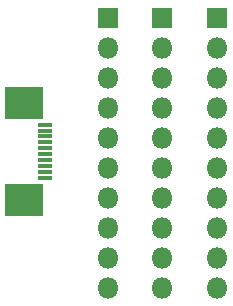
<source format=gbr>
%TF.GenerationSoftware,KiCad,Pcbnew,5.1.6*%
%TF.CreationDate,2020-07-17T22:30:16+02:00*%
%TF.ProjectId,FPC10_Adapterboard,46504331-305f-4416-9461-70746572626f,rev?*%
%TF.SameCoordinates,Original*%
%TF.FileFunction,Soldermask,Top*%
%TF.FilePolarity,Negative*%
%FSLAX46Y46*%
G04 Gerber Fmt 4.6, Leading zero omitted, Abs format (unit mm)*
G04 Created by KiCad (PCBNEW 5.1.6) date 2020-07-17 22:30:16*
%MOMM*%
%LPD*%
G01*
G04 APERTURE LIST*
%ADD10R,1.200000X0.400000*%
%ADD11R,3.200000X2.800000*%
%ADD12R,1.800000X1.800000*%
%ADD13O,1.800000X1.800000*%
G04 APERTURE END LIST*
D10*
%TO.C,J1*%
X120191000Y-86159000D03*
X120191000Y-86659000D03*
X120191000Y-87159000D03*
X120191000Y-87659000D03*
X120191000Y-88159000D03*
X120191000Y-88659000D03*
X120191000Y-89159000D03*
X120191000Y-89659000D03*
X120191000Y-90159000D03*
X120191000Y-90659000D03*
D11*
X118491000Y-84289000D03*
X118491000Y-92529000D03*
%TD*%
D12*
%TO.C,J2*%
X125523001Y-77136001D03*
D13*
X125523001Y-79676001D03*
X125523001Y-82216001D03*
X125523001Y-84756001D03*
X125523001Y-87296001D03*
X125523001Y-89836001D03*
X125523001Y-92376001D03*
X125523001Y-94916001D03*
X125523001Y-97456001D03*
X125523001Y-99996001D03*
%TD*%
%TO.C,J3*%
X130173001Y-99996001D03*
X130173001Y-97456001D03*
X130173001Y-94916001D03*
X130173001Y-92376001D03*
X130173001Y-89836001D03*
X130173001Y-87296001D03*
X130173001Y-84756001D03*
X130173001Y-82216001D03*
X130173001Y-79676001D03*
D12*
X130173001Y-77136001D03*
%TD*%
%TO.C,J4*%
X134823001Y-77136001D03*
D13*
X134823001Y-79676001D03*
X134823001Y-82216001D03*
X134823001Y-84756001D03*
X134823001Y-87296001D03*
X134823001Y-89836001D03*
X134823001Y-92376001D03*
X134823001Y-94916001D03*
X134823001Y-97456001D03*
X134823001Y-99996001D03*
%TD*%
M02*

</source>
